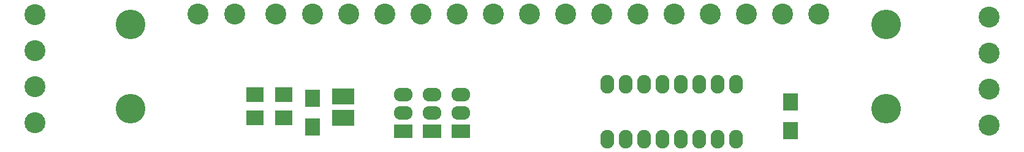
<source format=gbr>
G04 #@! TF.FileFunction,Soldermask,Top*
%FSLAX46Y46*%
G04 Gerber Fmt 4.6, Leading zero omitted, Abs format (unit mm)*
G04 Created by KiCad (PCBNEW 4.0.6) date 02/01/18 18:05:22*
%MOMM*%
%LPD*%
G01*
G04 APERTURE LIST*
%ADD10C,0.100000*%
%ADD11C,4.100000*%
%ADD12O,1.901140X2.599640*%
%ADD13R,2.400000X2.100000*%
%ADD14C,2.900000*%
%ADD15R,3.097480X2.195780*%
%ADD16R,2.100000X2.400000*%
%ADD17R,2.599640X1.924000*%
%ADD18O,2.599640X1.924000*%
%ADD19R,2.000000X2.400000*%
G04 APERTURE END LIST*
D10*
D11*
X88392000Y-94996000D03*
X88392000Y-83312000D03*
D12*
X154264000Y-99194000D03*
X156804000Y-99194000D03*
X159344000Y-99194000D03*
X161884000Y-99194000D03*
X164424000Y-99194000D03*
X166964000Y-99194000D03*
X169504000Y-99194000D03*
X172044000Y-99194000D03*
X172044000Y-91574000D03*
X169504000Y-91574000D03*
X166964000Y-91574000D03*
X164424000Y-91574000D03*
X161884000Y-91574000D03*
X159344000Y-91574000D03*
X156804000Y-91574000D03*
X154264000Y-91574000D03*
D13*
X105554000Y-93034000D03*
X109554000Y-93034000D03*
X105554000Y-96284000D03*
X109554000Y-96284000D03*
D14*
X108504000Y-81884000D03*
X113504000Y-81884000D03*
X118504000Y-81884000D03*
X123504000Y-81884000D03*
X128504000Y-81884000D03*
X133504000Y-81884000D03*
X138504000Y-81884000D03*
X143504000Y-81884000D03*
X148504000Y-81884000D03*
X153504000Y-81884000D03*
X158504000Y-81884000D03*
X163504000Y-81884000D03*
X168504000Y-81884000D03*
X173504000Y-81884000D03*
X183504000Y-81884000D03*
X178504000Y-81884000D03*
X102754000Y-81884000D03*
X97754000Y-81884000D03*
D15*
X117804000Y-96282600D03*
X117804000Y-93285400D03*
D16*
X113554000Y-97534000D03*
X113554000Y-93534000D03*
D14*
X207010000Y-82289000D03*
X207010000Y-87289000D03*
X207010000Y-97289000D03*
X207010000Y-92289000D03*
X75184000Y-96908000D03*
X75184000Y-91908000D03*
X75184000Y-81908000D03*
X75184000Y-86908000D03*
D17*
X126054000Y-98124000D03*
D18*
X126054000Y-95584000D03*
X126054000Y-93044000D03*
D17*
X130054000Y-98124000D03*
D18*
X130054000Y-95584000D03*
X130054000Y-93044000D03*
D17*
X134054000Y-98124000D03*
D18*
X134054000Y-95584000D03*
X134054000Y-93044000D03*
D19*
X179578000Y-98012000D03*
X179578000Y-94012000D03*
D11*
X192786000Y-83312000D03*
X192786000Y-94996000D03*
M02*

</source>
